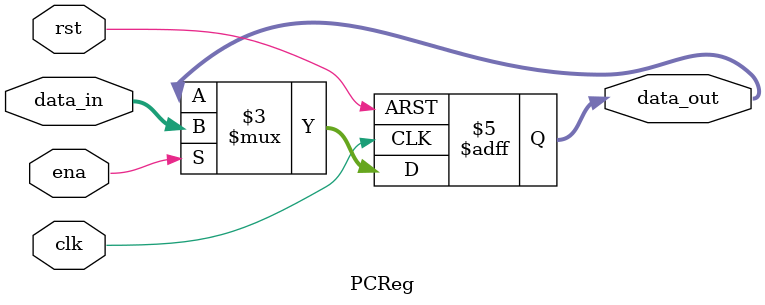
<source format=v>
`timescale 1ns / 1ps


module PCReg(
    input clk,
    input rst,
    input ena,
    input [31:0] data_in,
    output reg [31:0] data_out
    );
    
    always @(posedge clk or posedge rst) begin
        if(rst) data_out <= 32'h00400000;
        else if(ena) data_out <= data_in;
        else data_out <= data_out;
    end
    
endmodule

</source>
